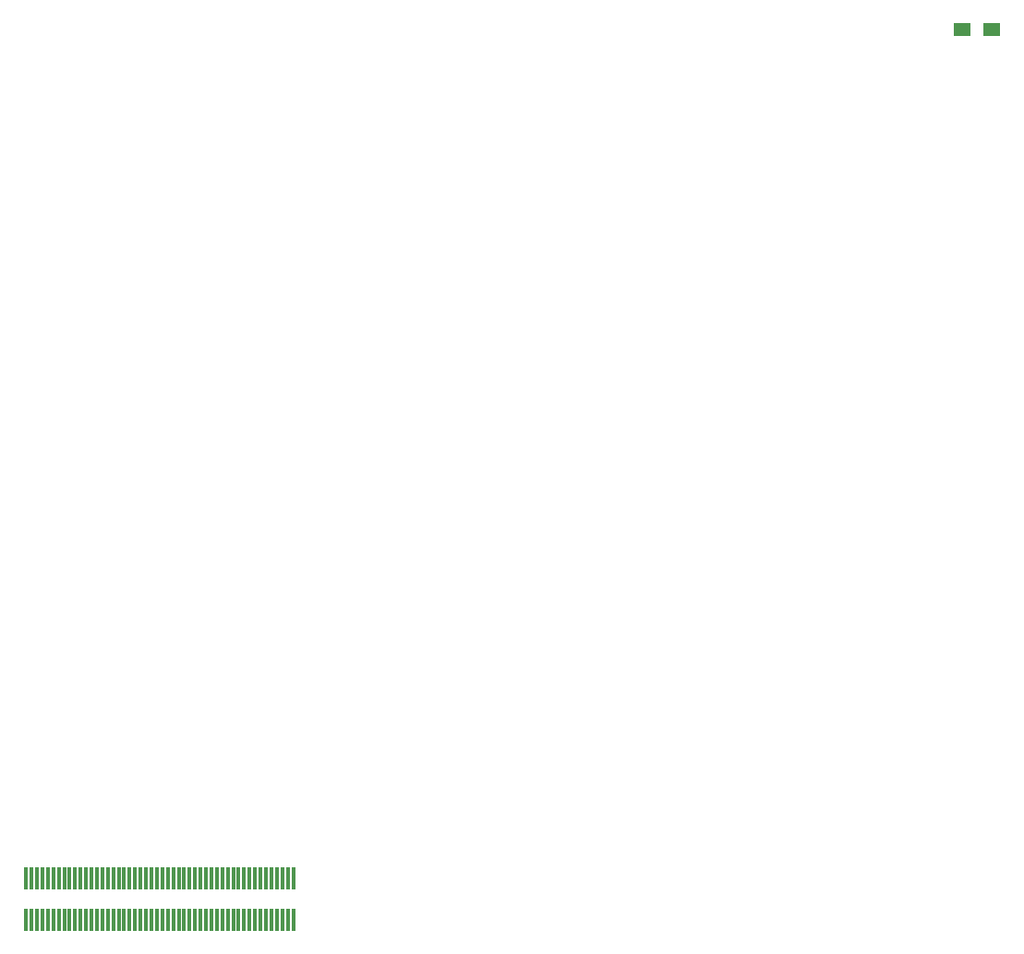
<source format=gbr>
G04 #@! TF.FileFunction,Paste,Bot*
%FSLAX46Y46*%
G04 Gerber Fmt 4.6, Leading zero omitted, Abs format (unit mm)*
G04 Created by KiCad (PCBNEW 4.0.2-1.fc23-product) date Thu 28 Jul 2016 11:49:27 AM EEST*
%MOMM*%
G01*
G04 APERTURE LIST*
%ADD10C,0.100000*%
%ADD11R,0.300000X2.159000*%
%ADD12R,1.500000X1.300000*%
G04 APERTURE END LIST*
D10*
D11*
X111683000Y-134234000D03*
X111183000Y-134234000D03*
X110683000Y-134234000D03*
X110183000Y-134234000D03*
X109683000Y-134234000D03*
X109183000Y-134234000D03*
X108683000Y-134234000D03*
X108183000Y-134234000D03*
X107683000Y-134234000D03*
X107183000Y-134234000D03*
X106683000Y-134234000D03*
X106183000Y-134234000D03*
X105683000Y-134234000D03*
X105183000Y-134234000D03*
X104683000Y-134234000D03*
X104183000Y-134234000D03*
X103683000Y-134234000D03*
X103183000Y-134234000D03*
X102683000Y-134234000D03*
X102183000Y-134234000D03*
X101683000Y-134234000D03*
X101183000Y-134234000D03*
X100683000Y-134234000D03*
X100183000Y-134234000D03*
X99683000Y-134234000D03*
X112183000Y-134234000D03*
X112683000Y-134234000D03*
X113183000Y-134234000D03*
X113683000Y-134234000D03*
X114183000Y-134234000D03*
X114683000Y-134234000D03*
X115183000Y-134234000D03*
X115683000Y-134234000D03*
X116183000Y-134234000D03*
X116683000Y-134234000D03*
X117183000Y-134234000D03*
X117683000Y-134234000D03*
X118183000Y-134234000D03*
X118683000Y-134234000D03*
X119183000Y-134234000D03*
X119683000Y-134234000D03*
X120183000Y-134234000D03*
X120683000Y-134234000D03*
X121183000Y-134234000D03*
X121683000Y-134234000D03*
X122183000Y-134234000D03*
X122683000Y-134234000D03*
X123183000Y-134234000D03*
X123683000Y-134234000D03*
X124183000Y-134234000D03*
X124183000Y-130434000D03*
X123683000Y-130434000D03*
X123183000Y-130434000D03*
X122683000Y-130434000D03*
X122183000Y-130434000D03*
X121683000Y-130434000D03*
X121183000Y-130434000D03*
X120683000Y-130434000D03*
X120183000Y-130434000D03*
X119683000Y-130434000D03*
X119183000Y-130434000D03*
X118683000Y-130434000D03*
X118183000Y-130434000D03*
X117683000Y-130434000D03*
X117183000Y-130434000D03*
X116683000Y-130434000D03*
X116183000Y-130434000D03*
X115683000Y-130434000D03*
X115183000Y-130434000D03*
X114683000Y-130434000D03*
X114183000Y-130434000D03*
X113683000Y-130434000D03*
X113183000Y-130434000D03*
X112683000Y-130434000D03*
X112183000Y-130434000D03*
X99683000Y-130434000D03*
X100183000Y-130434000D03*
X100683000Y-130434000D03*
X101183000Y-130434000D03*
X101683000Y-130434000D03*
X102183000Y-130434000D03*
X102683000Y-130434000D03*
X103183000Y-130434000D03*
X103683000Y-130434000D03*
X104183000Y-130434000D03*
X104683000Y-130434000D03*
X105183000Y-130434000D03*
X105683000Y-130434000D03*
X106183000Y-130434000D03*
X106683000Y-130434000D03*
X107183000Y-130434000D03*
X107683000Y-130434000D03*
X108183000Y-130434000D03*
X108683000Y-130434000D03*
X109183000Y-130434000D03*
X109683000Y-130434000D03*
X110183000Y-130434000D03*
X110683000Y-130434000D03*
X111183000Y-130434000D03*
X111683000Y-130434000D03*
D12*
X185492000Y-52578000D03*
X188192000Y-52578000D03*
M02*

</source>
